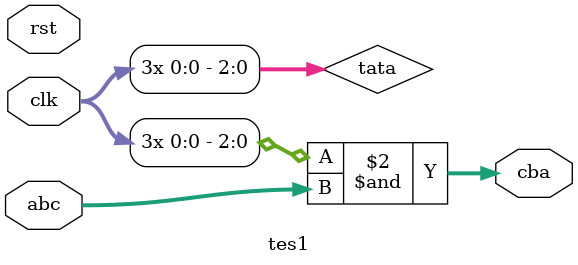
<source format=v>
`timescale 1ns / 1ps


module test(

    );
    reg clk, rst;
    reg[2:0]    abc;
    wire[2:0]   cba;
    
    tes1 HAHA
    (
    .clk(clk),
    .rst(rst),
    .abc(abc),
    .cba(cba)
    );
    
    initial
    begin
       clk = 1'd1;
       rst = 1'd0;
    end
    
    always
    #5 clk = !clk;
   
   initial
   begin
       #100 abc = 3'b101;
       #100 abc = 3'b111;
       #100 abc = 3'b110;
       
    end
endmodule

module tes1(
    input clk, rst,
    input[2:0]  abc,
    output[2:0] cba
    );
    reg[2:0]    tata;
    always@(*)
    begin
        tata <= {3{clk}};
    end
    assign cba =  tata & abc;
    
endmodule

</source>
